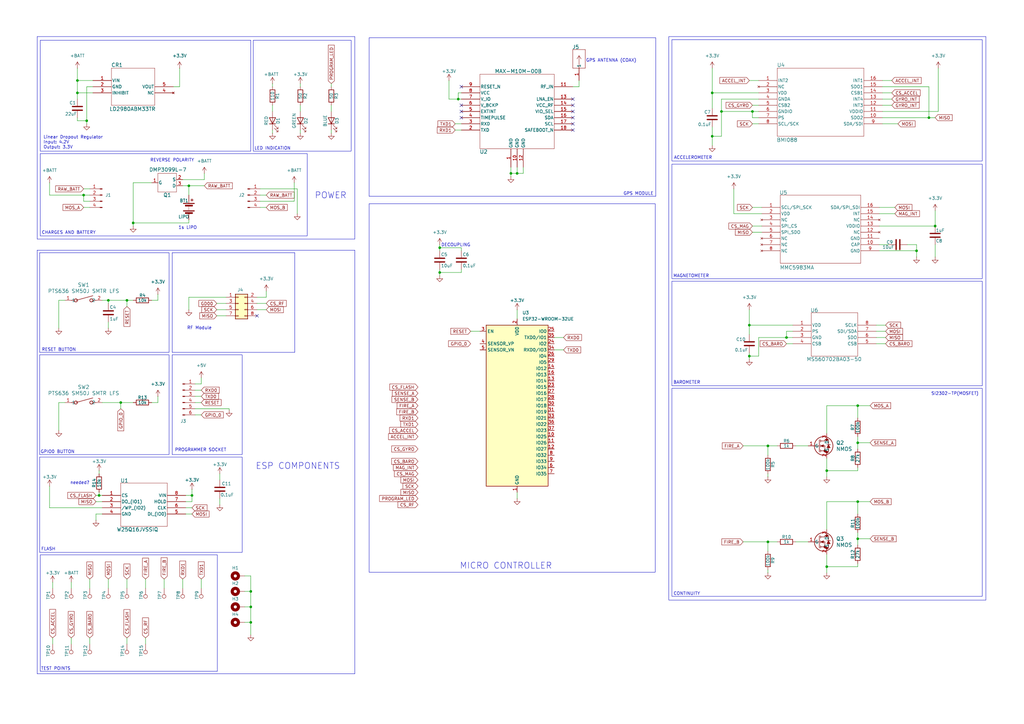
<source format=kicad_sch>
(kicad_sch (version 20250114) (generator "eeschema") (generator_version "9.0")
  (paper "A3")
  (rectangle (start 70.612 145.542) (end 99.314 186.436))
  (rectangle (start 275.59 16.256) (end 402.844 66.04))
  (rectangle (start 274.32 14.986) (end 404.368 246.126))
  (rectangle (start 103.886 16.51) (end 144.018 61.976))
  (rectangle (start 70.612 103.632) (end 120.904 144.526))
  (rectangle (start 275.59 67.31) (end 402.844 114.3))
  (rectangle (start 15.24 102.616) (end 145.542 276.352))
  (rectangle (start 16.51 16.51) (end 102.87 61.976))
  (rectangle (start 16.51 227.584) (end 89.154 275.336))
  (rectangle (start 16.51 62.992) (end 125.984 96.774))
  (rectangle (start 151.384 83.566) (end 268.732 234.696))
  (rectangle (start 151.384 15.494) (end 268.986 80.518))
  (rectangle (start 275.59 115.316) (end 402.844 158.242))
  (rectangle (start 15.24 14.986) (end 145.542 98.044))
  (rectangle (start 275.59 159.258) (end 402.844 244.602))
  (rectangle (start 16.256 145.542) (end 69.342 186.436))
  (rectangle (start 16.256 103.632) (end 69.342 144.526))
  (rectangle (start 16.256 187.452) (end 99.314 226.568))
  (text "BAROMETER" (at 281.686 156.972 0) (effects (font (size 1.27 1.27))))
  (text "LED INDICATION\n" (at 111.76 60.96 0) (effects (font (size 1.27 1.27))))
  (text "1s LiPO" (at 76.962 93.472 0) (effects (font (size 1.27 1.27))))
  (text "TEST POINTS" (at 22.86 274.32 0) (effects (font (size 1.27 1.27))))
  (text "PROGRAMMER SOCKET\n" (at 82.296 184.658 0) (effects (font (size 1.27 1.27))))
  (text "GPS ANTENNA (COAX)" (at 250.698 24.892 0) (effects (font (size 1.27 1.27))))
  (text "ACCELEROMETER\n" (at 284.226 64.77 0) (effects (font (size 1.27 1.27))))
  (text "needed?" (at 32.766 198.12 0) (effects (font (size 1.27 1.27))))
  (text "RF Module" (at 81.788 134.62 0) (effects (font (size 1.27 1.27))))
  (text "Linear Dropout Regulator\nInput: 4.2V\nOutput: 3.3V\n" (at 17.78 58.42 0) (effects (font (size 1.27 1.27)) (justify left)))
  (text "GPS MODULE" (at 261.874 79.502 0) (effects (font (size 1.27 1.27))))
  (text "ESP COMPONENTS" (at 122.174 191.262 0) (effects (font (size 2.54 2.54))))
  (text "FLASH" (at 19.812 225.298 0) (effects (font (size 1.27 1.27))))
  (text "GPIO0 BUTTON" (at 23.622 185.42 0) (effects (font (size 1.27 1.27))))
  (text "POWER" (at 135.636 80.264 0) (effects (font (size 2.54 2.54))))
  (text "RESET BUTTON" (at 24.13 143.51 0) (effects (font (size 1.27 1.27))))
  (text "CONTINUITY" (at 281.686 243.586 0) (effects (font (size 1.27 1.27))))
  (text "SI2302-TP(MOSFET)" (at 391.668 161.544 0) (effects (font (size 1.27 1.27))))
  (text "DECOUPLING" (at 186.944 100.584 0) (effects (font (size 1.27 1.27))))
  (text "REVERSE POLARITY\n" (at 70.612 65.786 0) (effects (font (size 1.27 1.27))))
  (text "CHARGES AND BATTERY" (at 28.194 95.504 0) (effects (font (size 1.27 1.27))))
  (text "MAGNETOMETER\n" (at 283.464 113.284 0) (effects (font (size 1.27 1.27))))
  (text "MICRO CONTROLLER" (at 207.518 232.156 0) (effects (font (size 2.54 2.54))))
  (junction (at 351.79 220.98))
  (junction (at 180.34 111.76))
  (junction (at 351.79 205.74))
  (junction (at 52.07 123.19))
  (junction (at 102.87 255.27))
  (junction (at 295.91 45.72))
  (junction (at 314.96 182.88))
  (junction (at 44.45 123.19))
  (junction (at 77.47 76.2))
  (junction (at 31.75 33.02))
  (junction (at 187.96 40.64))
  (junction (at 308.61 45.72))
  (junction (at 381 48.26))
  (junction (at 383.54 92.71))
  (junction (at 351.79 181.61))
  (junction (at 102.87 248.92))
  (junction (at 102.87 242.57))
  (junction (at 49.53 165.1))
  (junction (at 54.61 91.44))
  (junction (at 292.1 38.1))
  (junction (at 339.09 193.04))
  (junction (at 351.79 166.37))
  (junction (at 314.96 222.25))
  (junction (at 307.34 146.05))
  (junction (at 40.64 203.2))
  (junction (at 209.55 71.12))
  (junction (at 292.1 55.88))
  (junction (at 78.74 203.2))
  (junction (at 339.09 232.41))
  (junction (at 180.34 101.6))
  (junction (at 322.58 138.43))
  (junction (at 212.09 71.12))
  (junction (at 35.56 49.53))
  (junction (at 375.92 102.87))
  (junction (at 31.75 38.1))
  (junction (at 34.29 80.01))
  (junction (at 307.34 133.35))
  (no_connect (at 189.23 35.56))
  (no_connect (at 234.95 40.64))
  (no_connect (at 234.95 48.26))
  (no_connect (at 234.95 43.18))
  (no_connect (at 234.95 45.72))
  (no_connect (at 189.23 43.18))
  (no_connect (at 189.23 45.72))
  (no_connect (at 234.95 53.34))
  (no_connect (at 189.23 48.26))
  (no_connect (at 105.41 129.54))
  (no_connect (at 234.95 50.8))
  (wire (pts (xy 351.79 220.98) (xy 356.87 220.98)))
  (wire (pts (xy 189.23 102.87) (xy 189.23 101.6)))
  (wire (pts (xy 361.95 33.02) (xy 365.76 33.02)))
  (wire (pts (xy 38.1 35.56) (xy 35.56 35.56)))
  (wire (pts (xy 322.58 135.89) (xy 322.58 138.43)))
  (wire (pts (xy 77.47 121.92) (xy 92.71 121.92)))
  (wire (pts (xy 360.68 102.87) (xy 375.92 102.87)))
  (wire (pts (xy 189.23 110.49) (xy 189.23 111.76)))
  (wire (pts (xy 20.32 208.28) (xy 41.91 208.28)))
  (wire (pts (xy 31.75 27.94) (xy 31.75 33.02)))
  (wire (pts (xy 351.79 231.14) (xy 351.79 232.41)))
  (wire (pts (xy 52.07 123.19) (xy 52.07 125.73)))
  (wire (pts (xy 31.75 38.1) (xy 31.75 40.64)))
  (wire (pts (xy 227.33 143.51) (xy 231.14 143.51)))
  (wire (pts (xy 234.95 35.56) (xy 237.49 35.56)))
  (wire (pts (xy 351.79 205.74) (xy 356.87 205.74)))
  (wire (pts (xy 21.59 261.62) (xy 21.59 264.16)))
  (wire (pts (xy 111.76 43.18) (xy 111.76 45.72)))
  (wire (pts (xy 52.07 261.62) (xy 52.07 264.16)))
  (wire (pts (xy 82.55 165.1) (xy 80.01 165.1)))
  (wire (pts (xy 360.68 92.71) (xy 383.54 92.71)))
  (wire (pts (xy 307.34 33.02) (xy 311.15 33.02)))
  (wire (pts (xy 82.55 154.94) (xy 82.55 157.48)))
  (wire (pts (xy 295.91 45.72) (xy 308.61 45.72)))
  (wire (pts (xy 62.23 165.1) (xy 64.77 165.1)))
  (wire (pts (xy 193.04 135.89) (xy 196.85 135.89)))
  (wire (pts (xy 326.39 182.88) (xy 331.47 182.88)))
  (wire (pts (xy 78.74 203.2) (xy 78.74 205.74)))
  (wire (pts (xy 106.68 77.47) (xy 121.92 77.47)))
  (wire (pts (xy 360.68 100.33) (xy 364.49 100.33)))
  (wire (pts (xy 123.19 34.29) (xy 123.19 35.56)))
  (wire (pts (xy 360.68 85.09) (xy 367.03 85.09)))
  (wire (pts (xy 67.31 237.49) (xy 67.31 241.3)))
  (wire (pts (xy 73.66 27.94) (xy 73.66 35.56)))
  (wire (pts (xy 64.77 165.1) (xy 64.77 162.56)))
  (wire (pts (xy 351.79 181.61) (xy 351.79 184.15)))
  (wire (pts (xy 212.09 201.93) (xy 212.09 204.47)))
  (wire (pts (xy 21.59 238.76) (xy 21.59 241.3)))
  (wire (pts (xy 308.61 85.09) (xy 312.42 85.09)))
  (wire (pts (xy 82.55 170.18) (xy 80.01 170.18)))
  (wire (pts (xy 304.8 182.88) (xy 314.96 182.88)))
  (wire (pts (xy 100.33 248.92) (xy 102.87 248.92)))
  (wire (pts (xy 326.39 222.25) (xy 331.47 222.25)))
  (wire (pts (xy 26.67 123.19) (xy 24.13 123.19)))
  (wire (pts (xy 186.69 50.8) (xy 189.23 50.8)))
  (wire (pts (xy 308.61 92.71) (xy 312.42 92.71)))
  (wire (pts (xy 295.91 55.88) (xy 292.1 55.88)))
  (wire (pts (xy 339.09 177.8) (xy 339.09 166.37)))
  (wire (pts (xy 311.15 138.43) (xy 311.15 146.05)))
  (wire (pts (xy 64.77 123.19) (xy 64.77 120.65)))
  (wire (pts (xy 381 35.56) (xy 381 48.26)))
  (wire (pts (xy 339.09 166.37) (xy 351.79 166.37)))
  (wire (pts (xy 308.61 45.72) (xy 311.15 45.72)))
  (wire (pts (xy 209.55 71.12) (xy 212.09 71.12)))
  (wire (pts (xy 123.19 53.34) (xy 123.19 54.61)))
  (wire (pts (xy 88.9 129.54) (xy 92.71 129.54)))
  (wire (pts (xy 314.96 182.88) (xy 318.77 182.88)))
  (wire (pts (xy 102.87 248.92) (xy 102.87 255.27)))
  (wire (pts (xy 105.41 127) (xy 109.22 127)))
  (wire (pts (xy 308.61 43.18) (xy 311.15 43.18)))
  (wire (pts (xy 77.47 121.92) (xy 77.47 127)))
  (wire (pts (xy 34.29 80.01) (xy 36.83 80.01)))
  (wire (pts (xy 308.61 50.8) (xy 311.15 50.8)))
  (wire (pts (xy 106.68 80.01) (xy 109.22 80.01)))
  (wire (pts (xy 361.95 43.18) (xy 365.76 43.18)))
  (wire (pts (xy 100.33 242.57) (xy 102.87 242.57)))
  (wire (pts (xy 351.79 179.07) (xy 351.79 181.61)))
  (wire (pts (xy 31.75 48.26) (xy 31.75 49.53)))
  (wire (pts (xy 31.75 49.53) (xy 35.56 49.53)))
  (wire (pts (xy 102.87 236.22) (xy 102.87 242.57)))
  (wire (pts (xy 314.96 222.25) (xy 314.96 226.06)))
  (wire (pts (xy 308.61 95.25) (xy 312.42 95.25)))
  (wire (pts (xy 82.55 160.02) (xy 80.01 160.02)))
  (wire (pts (xy 184.15 33.02) (xy 184.15 40.64)))
  (wire (pts (xy 339.09 227.33) (xy 339.09 232.41)))
  (wire (pts (xy 359.41 140.97) (xy 363.22 140.97)))
  (wire (pts (xy 102.87 242.57) (xy 102.87 248.92)))
  (wire (pts (xy 311.15 48.26) (xy 308.61 48.26)))
  (wire (pts (xy 339.09 205.74) (xy 351.79 205.74)))
  (wire (pts (xy 361.95 38.1) (xy 365.76 38.1)))
  (wire (pts (xy 20.32 208.28) (xy 20.32 199.39)))
  (wire (pts (xy 35.56 35.56) (xy 35.56 49.53)))
  (wire (pts (xy 80.01 157.48) (xy 82.55 157.48)))
  (wire (pts (xy 74.93 76.2) (xy 77.47 76.2)))
  (wire (pts (xy 212.09 127) (xy 212.09 130.81)))
  (wire (pts (xy 339.09 232.41) (xy 339.09 234.95)))
  (wire (pts (xy 311.15 40.64) (xy 295.91 40.64)))
  (wire (pts (xy 74.93 73.66) (xy 83.82 73.66)))
  (wire (pts (xy 180.34 101.6) (xy 180.34 102.87)))
  (wire (pts (xy 41.91 123.19) (xy 44.45 123.19)))
  (wire (pts (xy 26.67 165.1) (xy 24.13 165.1)))
  (wire (pts (xy 78.74 200.66) (xy 78.74 203.2)))
  (wire (pts (xy 307.34 147.32) (xy 307.34 146.05)))
  (wire (pts (xy 300.99 77.47) (xy 300.99 87.63)))
  (wire (pts (xy 88.9 127) (xy 92.71 127)))
  (wire (pts (xy 186.69 53.34) (xy 189.23 53.34)))
  (wire (pts (xy 384.81 45.72) (xy 361.95 45.72)))
  (wire (pts (xy 71.12 35.56) (xy 73.66 35.56)))
  (wire (pts (xy 180.34 100.33) (xy 180.34 101.6)))
  (wire (pts (xy 359.41 135.89) (xy 363.22 135.89)))
  (wire (pts (xy 52.07 237.49) (xy 52.07 241.3)))
  (wire (pts (xy 322.58 140.97) (xy 325.12 140.97)))
  (wire (pts (xy 292.1 27.94) (xy 292.1 38.1)))
  (wire (pts (xy 292.1 38.1) (xy 292.1 44.45)))
  (wire (pts (xy 111.76 34.29) (xy 111.76 35.56)))
  (wire (pts (xy 90.17 204.47) (xy 90.17 207.01)))
  (wire (pts (xy 62.23 74.93) (xy 54.61 74.93)))
  (wire (pts (xy 307.34 144.78) (xy 307.34 146.05)))
  (wire (pts (xy 351.79 191.77) (xy 351.79 193.04)))
  (wire (pts (xy 20.32 74.93) (xy 20.32 80.01)))
  (wire (pts (xy 20.32 80.01) (xy 34.29 80.01)))
  (wire (pts (xy 36.83 82.55) (xy 34.29 82.55)))
  (wire (pts (xy 209.55 71.12) (xy 209.55 72.39)))
  (wire (pts (xy 76.2 203.2) (xy 78.74 203.2)))
  (wire (pts (xy 106.68 85.09) (xy 109.22 85.09)))
  (wire (pts (xy 76.2 208.28) (xy 78.74 208.28)))
  (wire (pts (xy 361.95 40.64) (xy 365.76 40.64)))
  (wire (pts (xy 383.54 100.33) (xy 383.54 105.41)))
  (wire (pts (xy 80.01 167.64) (xy 93.98 167.64)))
  (wire (pts (xy 314.96 182.88) (xy 314.96 186.69)))
  (wire (pts (xy 105.41 124.46) (xy 109.22 124.46)))
  (wire (pts (xy 292.1 55.88) (xy 292.1 59.69)))
  (wire (pts (xy 308.61 45.72) (xy 308.61 48.26)))
  (wire (pts (xy 76.2 210.82) (xy 78.74 210.82)))
  (wire (pts (xy 31.75 33.02) (xy 38.1 33.02)))
  (wire (pts (xy 212.09 68.58) (xy 212.09 71.12)))
  (wire (pts (xy 325.12 135.89) (xy 322.58 135.89)))
  (wire (pts (xy 106.68 82.55) (xy 120.65 82.55)))
  (wire (pts (xy 31.75 33.02) (xy 31.75 38.1)))
  (wire (pts (xy 300.99 87.63) (xy 312.42 87.63)))
  (wire (pts (xy 39.37 205.74) (xy 41.91 205.74)))
  (wire (pts (xy 351.79 220.98) (xy 351.79 223.52)))
  (wire (pts (xy 339.09 217.17) (xy 339.09 205.74)))
  (wire (pts (xy 361.95 50.8) (xy 368.3 50.8)))
  (wire (pts (xy 237.49 33.02) (xy 237.49 35.56)))
  (wire (pts (xy 351.79 205.74) (xy 351.79 210.82)))
  (wire (pts (xy 88.9 124.46) (xy 92.71 124.46)))
  (wire (pts (xy 384.81 27.94) (xy 384.81 45.72)))
  (wire (pts (xy 359.41 133.35) (xy 363.22 133.35)))
  (wire (pts (xy 135.89 43.18) (xy 135.89 45.72)))
  (wire (pts (xy 314.96 222.25) (xy 318.77 222.25)))
  (wire (pts (xy 135.89 53.34) (xy 135.89 54.61)))
  (wire (pts (xy 76.2 205.74) (xy 78.74 205.74)))
  (wire (pts (xy 359.41 138.43) (xy 363.22 138.43)))
  (wire (pts (xy 339.09 193.04) (xy 351.79 193.04)))
  (wire (pts (xy 307.34 133.35) (xy 307.34 137.16)))
  (wire (pts (xy 351.79 181.61) (xy 356.87 181.61)))
  (wire (pts (xy 35.56 49.53) (xy 35.56 50.8)))
  (wire (pts (xy 209.55 68.58) (xy 209.55 71.12)))
  (wire (pts (xy 304.8 222.25) (xy 314.96 222.25)))
  (wire (pts (xy 44.45 237.49) (xy 44.45 241.3)))
  (wire (pts (xy 187.96 40.64) (xy 189.23 40.64)))
  (wire (pts (xy 322.58 138.43) (xy 311.15 138.43)))
  (wire (pts (xy 40.64 193.04) (xy 40.64 194.31)))
  (wire (pts (xy 54.61 91.44) (xy 77.47 91.44)))
  (wire (pts (xy 49.53 165.1) (xy 54.61 165.1)))
  (wire (pts (xy 187.96 38.1) (xy 187.96 40.64)))
  (wire (pts (xy 41.91 165.1) (xy 49.53 165.1)))
  (wire (pts (xy 44.45 132.08) (xy 44.45 134.62)))
  (wire (pts (xy 36.83 237.49) (xy 36.83 241.3)))
  (wire (pts (xy 39.37 203.2) (xy 40.64 203.2)))
  (wire (pts (xy 227.33 138.43) (xy 231.14 138.43)))
  (wire (pts (xy 214.63 68.58) (xy 214.63 71.12)))
  (wire (pts (xy 40.64 201.93) (xy 40.64 203.2)))
  (wire (pts (xy 292.1 38.1) (xy 311.15 38.1)))
  (wire (pts (xy 351.79 166.37) (xy 356.87 166.37)))
  (wire (pts (xy 180.34 111.76) (xy 189.23 111.76)))
  (wire (pts (xy 77.47 76.2) (xy 77.47 80.01)))
  (wire (pts (xy 180.34 110.49) (xy 180.34 111.76)))
  (wire (pts (xy 361.95 35.56) (xy 381 35.56)))
  (wire (pts (xy 82.55 162.56) (xy 80.01 162.56)))
  (wire (pts (xy 44.45 123.19) (xy 52.07 123.19)))
  (wire (pts (xy 34.29 80.01) (xy 34.29 82.55)))
  (wire (pts (xy 105.41 121.92) (xy 109.22 121.92)))
  (wire (pts (xy 40.64 203.2) (xy 41.91 203.2)))
  (wire (pts (xy 307.34 127) (xy 307.34 133.35)))
  (wire (pts (xy 83.82 71.12) (xy 83.82 73.66)))
  (wire (pts (xy 93.98 168.275) (xy 93.98 167.64)))
  (wire (pts (xy 339.09 193.04) (xy 339.09 195.58)))
  (wire (pts (xy 41.91 210.82) (xy 39.37 210.82)))
  (wire (pts (xy 36.83 261.62) (xy 36.83 264.16)))
  (wire (pts (xy 121.92 77.47) (xy 121.92 87.63)))
  (wire (pts (xy 109.22 119.38) (xy 109.22 121.92)))
  (wire (pts (xy 34.29 77.47) (xy 36.83 77.47)))
  (wire (pts (xy 295.91 45.72) (xy 295.91 55.88)))
  (wire (pts (xy 52.07 123.19) (xy 54.61 123.19)))
  (wire (pts (xy 74.93 237.49) (xy 74.93 241.3)))
  (wire (pts (xy 314.96 194.31) (xy 314.96 195.58)))
  (wire (pts (xy 311.15 146.05) (xy 307.34 146.05)))
  (wire (pts (xy 322.58 138.43) (xy 325.12 138.43)))
  (wire (pts (xy 375.92 102.87) (xy 375.92 105.41)))
  (wire (pts (xy 100.33 236.22) (xy 102.87 236.22)))
  (wire (pts (xy 184.15 40.64) (xy 187.96 40.64)))
  (wire (pts (xy 102.87 255.27) (xy 102.87 260.35)))
  (wire (pts (xy 44.45 123.19) (xy 44.45 124.46)))
  (wire (pts (xy 62.23 123.19) (xy 64.77 123.19)))
  (wire (pts (xy 38.1 38.1) (xy 31.75 38.1)))
  (wire (pts (xy 351.79 218.44) (xy 351.79 220.98)))
  (wire (pts (xy 180.34 111.76) (xy 180.34 113.03)))
  (wire (pts (xy 24.13 165.1) (xy 24.13 176.53)))
  (wire (pts (xy 339.09 187.96) (xy 339.09 193.04)))
  (wire (pts (xy 314.96 233.68) (xy 314.96 234.95)))
  (wire (pts (xy 295.91 40.64) (xy 295.91 45.72)))
  (wire (pts (xy 187.96 38.1) (xy 189.23 38.1)))
  (wire (pts (xy 39.37 210.82) (xy 39.37 213.36)))
  (wire (pts (xy 383.54 86.36) (xy 383.54 92.71)))
  (wire (pts (xy 180.34 101.6) (xy 189.23 101.6)))
  (wire (pts (xy 360.68 87.63) (xy 367.03 87.63)))
  (wire (pts (xy 292.1 52.07) (xy 292.1 55.88)))
  (wire (pts (xy 34.29 85.09) (xy 36.83 85.09)))
  (wire (pts (xy 123.19 43.18) (xy 123.19 45.72)))
  (wire (pts (xy 381 48.26) (xy 383.54 48.26)))
  (wire (pts (xy 29.21 261.62) (xy 29.21 264.16)))
  (wire (pts (xy 339.09 232.41) (xy 351.79 232.41)))
  (wire (pts (xy 375.92 100.33) (xy 375.92 102.87)))
  (wire (pts (xy 54.61 74.93) (xy 54.61 91.44)))
  (wire (pts (xy 120.65 74.93) (xy 120.65 82.55)))
  (wire (pts (xy 361.95 48.26) (xy 381 48.26)))
  (wire (pts (xy 59.69 261.62) (xy 59.69 264.16)))
  (wire (pts (xy 100.33 255.27) (xy 102.87 255.27)))
  (wire (pts (xy 372.11 100.33) (xy 375.92 100.33)))
  (wire (pts (xy 351.79 166.37) (xy 351.79 171.45)))
  (wire (pts (xy 29.21 238.76) (xy 29.21 241.3)))
  (wire (pts (xy 24.13 123.19) (xy 24.13 134.62)))
  (wire (pts (xy 135.89 34.29) (xy 135.89 35.56)))
  (wire (pts (xy 111.76 53.34) (xy 111.76 54.61)))
  (wire (pts (xy 49.53 165.1) (xy 49.53 167.64)))
  (wire (pts (xy 82.55 237.49) (xy 82.55 241.3)))
  (wire (pts (xy 90.17 194.31) (xy 90.17 196.85)))
  (wire (pts (xy 307.34 133.35) (xy 325.12 133.35)))
  (wire (pts (xy 212.09 71.12) (xy 214.63 71.12)))
  (wire (pts (xy 54.61 92.71) (xy 54.61 91.44)))
  (wire (pts (xy 77.47 76.2) (xy 83.82 76.2)))
  (wire (pts (xy 77.47 90.17) (xy 77.47 91.44)))
  (wire (pts (xy 59.69 237.49) (xy 59.69 241.3)))
  (global_label "CS_BARO" (shape input) (at 322.58 140.97 180) (property "Intersheetrefs" "${INTERSHEET_REFS}" (effects (hide yes))))
  (global_label "MOSI" (shape input) (at 78.74 210.82 0) (property "Intersheetrefs" "${INTERSHEET_REFS}" (effects (hide yes))))
  (global_label "FIRE_A" (shape input) (at 304.8 182.88 180) (property "Intersheetrefs" "${INTERSHEET_REFS}" (effects (hide yes))))
  (global_label "FIRE_B" (shape input) (at 171.45 168.91 180) (property "Intersheetrefs" "${INTERSHEET_REFS}" (effects (hide yes))))
  (global_label "RESET" (shape input) (at 193.04 135.89 180) (property "Intersheetrefs" "${INTERSHEET_REFS}" (effects (hide yes))))
  (global_label "RAW_BATT" (shape input) (at 34.29 77.47 180) (property "Intersheetrefs" "${INTERSHEET_REFS}" (effects (hide yes))))
  (global_label "TXD1" (shape input) (at 82.55 237.49 90) (property "Intersheetrefs" "${INTERSHEET_REFS}" (effects (hide yes))))
  (global_label "RESET" (shape input) (at 82.55 165.1 0) (property "Intersheetrefs" "${INTERSHEET_REFS}" (effects (hide yes))))
  (global_label "MISO" (shape input) (at 363.22 138.43 0) (property "Intersheetrefs" "${INTERSHEET_REFS}" (effects (hide yes))))
  (global_label "SENSE_B" (shape input) (at 171.45 163.83 180) (property "Intersheetrefs" "${INTERSHEET_REFS}" (effects (hide yes))))
  (global_label "RAW_BATT" (shape input) (at 109.22 80.01 0) (property "Intersheetrefs" "${INTERSHEET_REFS}" (effects (hide yes))))
  (global_label "MOS_B" (shape input) (at 109.22 85.09 0) (property "Intersheetrefs" "${INTERSHEET_REFS}" (effects (hide yes))))
  (global_label "MISO" (shape input) (at 36.83 237.49 90) (property "Intersheetrefs" "${INTERSHEET_REFS}" (effects (hide yes))))
  (global_label "FIRE_B" (shape input) (at 67.31 237.49 90) (property "Intersheetrefs" "${INTERSHEET_REFS}" (effects (hide yes))))
  (global_label "CS_MAG" (shape input) (at 308.61 92.71 180) (property "Intersheetrefs" "${INTERSHEET_REFS}" (effects (hide yes))))
  (global_label "MOS_A" (shape input) (at 34.29 85.09 180) (property "Intersheetrefs" "${INTERSHEET_REFS}" (effects (hide yes))))
  (global_label "CS_GYRO" (shape input) (at 29.21 261.62 90) (property "Intersheetrefs" "${INTERSHEET_REFS}" (effects (hide yes))))
  (global_label "MISO" (shape input) (at 39.37 205.74 180) (property "Intersheetrefs" "${INTERSHEET_REFS}" (effects (hide yes))))
  (global_label "RXD1" (shape input) (at 74.93 237.49 90) (property "Intersheetrefs" "${INTERSHEET_REFS}" (effects (hide yes))))
  (global_label "CS_RF" (shape input) (at 59.69 261.62 90) (property "Intersheetrefs" "${INTERSHEET_REFS}" (effects (hide yes))))
  (global_label "MISO" (shape input) (at 171.45 201.93 180) (property "Intersheetrefs" "${INTERSHEET_REFS}" (effects (hide yes))))
  (global_label "ACCEL_INT" (shape input) (at 171.45 179.07 180) (property "Intersheetrefs" "${INTERSHEET_REFS}" (effects (hide yes))))
  (global_label "MOSI" (shape input) (at 368.3 50.8 0) (property "Intersheetrefs" "${INTERSHEET_REFS}" (effects (hide yes))))
  (global_label "SENSE_A" (shape input) (at 171.45 161.29 180) (property "Intersheetrefs" "${INTERSHEET_REFS}" (effects (hide yes))))
  (global_label "SCK" (shape input) (at 52.07 237.49 90) (property "Intersheetrefs" "${INTERSHEET_REFS}" (effects (hide yes))))
  (global_label "CS_MAG" (shape input) (at 171.45 194.31 180) (property "Intersheetrefs" "${INTERSHEET_REFS}" (effects (hide yes))))
  (global_label "ACCEL_INT" (shape input) (at 307.34 33.02 180) (property "Intersheetrefs" "${INTERSHEET_REFS}" (effects (hide yes))))
  (global_label "RXD0" (shape input) (at 82.55 160.02 0) (property "Intersheetrefs" "${INTERSHEET_REFS}" (effects (hide yes))))
  (global_label "SCK" (shape input) (at 363.22 133.35 0) (property "Intersheetrefs" "${INTERSHEET_REFS}" (effects (hide yes))))
  (global_label "CS_ACCEL" (shape input) (at 171.45 176.53 180) (property "Intersheetrefs" "${INTERSHEET_REFS}" (effects (hide yes))))
  (global_label "RXD1" (shape input) (at 186.69 53.34 180) (property "Intersheetrefs" "${INTERSHEET_REFS}" (effects (hide yes))))
  (global_label "TXD1" (shape input) (at 171.45 173.99 180) (property "Intersheetrefs" "${INTERSHEET_REFS}" (effects (hide yes))))
  (global_label "CS_BARO" (shape input) (at 171.45 189.23 180) (property "Intersheetrefs" "${INTERSHEET_REFS}" (effects (hide yes))))
  (global_label "SCK" (shape input) (at 308.61 50.8 180) (property "Intersheetrefs" "${INTERSHEET_REFS}" (effects (hide yes))))
  (global_label "PROGRAM_LED" (shape input) (at 135.89 34.29 90) (property "Intersheetrefs" "${INTERSHEET_REFS}" (effects (hide yes))))
  (global_label "FIRE_A" (shape input) (at 171.45 166.37 180) (property "Intersheetrefs" "${INTERSHEET_REFS}" (effects (hide yes))))
  (global_label "TXD0" (shape input) (at 231.14 143.51 0) (property "Intersheetrefs" "${INTERSHEET_REFS}" (effects (hide yes))))
  (global_label "CS_RF" (shape input) (at 171.45 207.01 180) (property "Intersheetrefs" "${INTERSHEET_REFS}" (effects (hide yes))))
  (global_label "GPIO_0" (shape input) (at 82.55 170.18 0) (property "Intersheetrefs" "${INTERSHEET_REFS}" (effects (hide yes))))
  (global_label "MISO" (shape input) (at 88.9 129.54 180) (property "Intersheetrefs" "${INTERSHEET_REFS}" (effects (hide yes))))
  (global_label "MOSI" (shape input) (at 363.22 135.89 0) (property "Intersheetrefs" "${INTERSHEET_REFS}" (effects (hide yes))))
  (global_label "SCK" (shape input) (at 171.45 199.39 180) (property "Intersheetrefs" "${INTERSHEET_REFS}" (effects (hide yes))))
  (global_label "CS_ACCEL" (shape input) (at 365.76 38.1 0) (property "Intersheetrefs" "${INTERSHEET_REFS}" (effects (hide yes))))
  (global_label "RESET" (shape input) (at 52.07 125.73 270) (property "Intersheetrefs" "${INTERSHEET_REFS}" (effects (hide yes))))
  (global_label "MOSI" (shape input) (at 109.22 127 0) (property "Intersheetrefs" "${INTERSHEET_REFS}" (effects (hide yes))))
  (global_label "CS_BARO" (shape input) (at 36.83 261.62 90) (property "Intersheetrefs" "${INTERSHEET_REFS}" (effects (hide yes))))
  (global_label "MISO" (shape input) (at 308.61 95.25 180) (property "Intersheetrefs" "${INTERSHEET_REFS}" (effects (hide yes))))
  (global_label "GPIO_0" (shape input) (at 49.53 167.64 270) (property "Intersheetrefs" "${INTERSHEET_REFS}" (effects (hide yes))))
  (global_label "MOSI" (shape input) (at 44.45 237.49 90) (property "Intersheetrefs" "${INTERSHEET_REFS}" (effects (hide yes))))
  (global_label "SCK" (shape input) (at 78.74 208.28 0) (property "Intersheetrefs" "${INTERSHEET_REFS}" (effects (hide yes))))
  (global_label "TXD0" (shape input) (at 82.55 162.56 0) (property "Intersheetrefs" "${INTERSHEET_REFS}" (effects (hide yes))))
  (global_label "PROGRAM_LED" (shape input) (at 171.45 204.47 180) (property "Intersheetrefs" "${INTERSHEET_REFS}" (effects (hide yes))))
  (global_label "SENSE_B" (shape input) (at 356.87 220.98 0) (property "Intersheetrefs" "${INTERSHEET_REFS}" (effects (hide yes))))
  (global_label "ACCEL_INT" (shape input) (at 365.76 33.02 0) (property "Intersheetrefs" "${INTERSHEET_REFS}" (effects (hide yes))))
  (global_label "GPIO_0" (shape input) (at 193.04 140.97 180) (property "Intersheetrefs" "${INTERSHEET_REFS}" (effects (hide yes))))
  (global_label "SENSE_A" (shape input) (at 356.87 181.61 0) (property "Intersheetrefs" "${INTERSHEET_REFS}" (effects (hide yes))))
  (global_label "CS_FLASH" (shape input) (at 39.37 203.2 180) (property "Intersheetrefs" "${INTERSHEET_REFS}" (effects (hide yes))))
  (global_label "GYRO_INT" (shape input) (at 365.76 43.18 0) (property "Intersheetrefs" "${INTERSHEET_REFS}" (effects (hide yes))))
  (global_label "MOS_A" (shape input) (at 356.87 166.37 0) (property "Intersheetrefs" "${INTERSHEET_REFS}" (effects (hide yes))))
  (global_label "GYRO_INT" (shape input) (at 365.76 40.64 0) (property "Intersheetrefs" "${INTERSHEET_REFS}" (effects (hide yes))))
  (global_label "RXD0" (shape input) (at 231.14 138.43 0) (property "Intersheetrefs" "${INTERSHEET_REFS}" (effects (hide yes))))
  (global_label "CS_FLASH" (shape input) (at 52.07 261.62 90) (property "Intersheetrefs" "${INTERSHEET_REFS}" (effects (hide yes))))
  (global_label "MOSI" (shape input) (at 171.45 196.85 180) (property "Intersheetrefs" "${INTERSHEET_REFS}" (effects (hide yes))))
  (global_label "MAG_INT" (shape input) (at 367.03 87.63 0) (property "Intersheetrefs" "${INTERSHEET_REFS}" (effects (hide yes))))
  (global_label "CS_FLASH" (shape input) (at 171.45 158.75 180) (property "Intersheetrefs" "${INTERSHEET_REFS}" (effects (hide yes))))
  (global_label "MOS_B" (shape input) (at 356.87 205.74 0) (property "Intersheetrefs" "${INTERSHEET_REFS}" (effects (hide yes))))
  (global_label "MAG_INT" (shape input) (at 171.45 191.77 180) (property "Intersheetrefs" "${INTERSHEET_REFS}" (effects (hide yes))))
  (global_label "FIRE_B" (shape input) (at 304.8 222.25 180) (property "Intersheetrefs" "${INTERSHEET_REFS}" (effects (hide yes))))
  (global_label "TXD1" (shape input) (at 186.69 50.8 180) (property "Intersheetrefs" "${INTERSHEET_REFS}" (effects (hide yes))))
  (global_label "CS_ACCEL" (shape input) (at 21.59 261.62 90) (property "Intersheetrefs" "${INTERSHEET_REFS}" (effects (hide yes))))
  (global_label "CS_GYRO" (shape input) (at 171.45 184.15 180) (property "Intersheetrefs" "${INTERSHEET_REFS}" (effects (hide yes))))
  (global_label "GD00" (shape input) (at 88.9 124.46 180) (property "Intersheetrefs" "${INTERSHEET_REFS}" (effects (hide yes))))
  (global_label "RXD1" (shape input) (at 171.45 171.45 180) (property "Intersheetrefs" "${INTERSHEET_REFS}" (effects (hide yes))))
  (global_label "CS_RF" (shape input) (at 109.22 124.46 0) (property "Intersheetrefs" "${INTERSHEET_REFS}" (effects (hide yes))))
  (global_label "SCK" (shape input) (at 88.9 127 180) (property "Intersheetrefs" "${INTERSHEET_REFS}" (effects (hide yes))))
  (global_label "CS_GYRO" (shape input) (at 308.61 43.18 180) (property "Intersheetrefs" "${INTERSHEET_REFS}" (effects (hide yes))))
  (global_label "FIRE_A" (shape input) (at 59.69 237.49 90) (property "Intersheetrefs" "${INTERSHEET_REFS}" (effects (hide yes))))
  (global_label "SCK" (shape input) (at 308.61 85.09 180) (property "Intersheetrefs" "${INTERSHEET_REFS}" (effects (hide yes))))
  (global_label "MOSI" (shape input) (at 367.03 85.09 0) (property "Intersheetrefs" "${INTERSHEET_REFS}" (effects (hide yes))))
  (global_label "RAW_BATT" (shape input) (at 83.82 76.2 0) (property "Intersheetrefs" "${INTERSHEET_REFS}" (effects (hide yes))))
  (global_label "MISO" (shape input) (at 383.54 48.26 0) (property "Intersheetrefs" "${INTERSHEET_REFS}" (effects (hide yes))))
  (global_label "CS_BARO" (shape input) (at 363.22 140.97 0) (property "Intersheetrefs" "${INTERSHEET_REFS}" (effects (hide yes))))
  (symbol (lib_id "power:GND") (at 339.09 234.95 0) (unit 1)
    (property "Reference" "#PWR035" (effects (hide yes)))
    (property "Value" "GND" (effects (hide yes)))
    (property "Description" "Power symbol creates a global label with name \"GND\" , ground" (effects (hide yes)))
  )
  (symbol (lib_id "power:+BATT") (at 83.82 71.12 0) (unit 1)
    (property "Reference" "#PWR051" (effects (hide yes)))
    (property "Value" "+BATT" (at 83.82 66.04 0))
    (property "Description" "Power symbol creates a global label with name \"+BATT\"" (effects (hide yes)))
  )
  (symbol (lib_id "Connector:TestPoint") (at 29.21 241.3 180) (unit 1)
    (property "Reference" "TP2" (at 27.432 244.094 90))
    (property "Value" "TestPoint" (effects (hide yes)))
    (property "Footprint" "TestPoint:TestPoint_Pad_D2.5mm" (effects (hide yes)))
    (property "Description" "test point" (effects (hide yes)))
  )
  (symbol (lib_id "power:+3.3V") (at 40.64 193.04 0) (unit 1)
    (property "Reference" "#PWR055" (effects (hide yes)))
    (property "Value" "+3.3V" (at 40.64 189.23 0))
    (property "Description" "Power symbol creates a global label with name \"+3.3V\"" (effects (hide yes)))
  )
  (symbol (lib_id "power:GND") (at 111.76 54.61 0) (unit 1)
    (property "Reference" "#PWR010" (effects (hide yes)))
    (property "Value" "GND" (effects (hide yes)))
    (property "Description" "Power symbol creates a global label with name \"GND\" , ground" (effects (hide yes)))
  )
  (symbol (lib_id "Connector:TestPoint") (at 36.83 241.3 180) (unit 1)
    (property "Reference" "TP3" (at 35.052 244.094 90))
    (property "Value" "TestPoint" (effects (hide yes)))
    (property "Footprint" "TestPoint:TestPoint_Loop_D1.80mm_Drill1.0mm_Beaded" (effects (hide yes)))
    (property "Description" "test point" (effects (hide yes)))
  )
  (symbol (lib_id "Connector:TestPoint") (at 52.07 264.16 180) (unit 1)
    (property "Reference" "TP14" (at 50.292 266.954 90))
    (property "Value" "TestPoint" (effects (hide yes)))
    (property "Footprint" "TestPoint:TestPoint_Loop_D1.80mm_Drill1.0mm_Beaded" (effects (hide yes)))
    (property "Description" "test point" (effects (hide yes)))
  )
  (symbol (lib_id "Connector:TestPoint") (at 29.21 264.16 180) (unit 1)
    (property "Reference" "TP11" (at 27.432 266.954 90))
    (property "Value" "TestPoint" (effects (hide yes)))
    (property "Footprint" "TestPoint:TestPoint_Loop_D1.80mm_Drill1.0mm_Beaded" (effects (hide yes)))
    (property "Description" "test point" (effects (hide yes)))
  )
  (symbol (lib_id "MAX-M10:MAX-M10M-00B") (at 189.23 55.88 0) (mirror x) (unit 1)
    (property "Reference" "U2" (at 198.374 62.23 0) (effects (font (size 1.524 1.524))))
    (property "Value" "MAX-M10M-00B" (at 212.598 29.21 0) (effects (font (size 1.524 1.524))))
    (property "Footprint" "MAX-M10:MOD18_MAX-M10M_UBL" (effects (hide yes)))
    (property "Datasheet" "MAX-M10M-00B" (effects (hide yes)))
  )
  (symbol (lib_id "power:+3.3V") (at 307.34 127 0) (unit 1)
    (property "Reference" "#PWR031" (effects (hide yes)))
    (property "Value" "+3.3V" (at 307.34 121.92 0))
    (property "Description" "Power symbol creates a global label with name \"+3.3V\"" (effects (hide yes)))
  )
  (symbol (lib_id "Connector:Conn_01x04_Pin") (at 101.6 80.01 0) (unit 1)
    (property "Reference" "J2" (at 100.33 80.0099 0) (effects (justify right)))
    (property "Value" "Conn_01x04_Pin" (effects (hide yes)))
    (property "Footprint" "1725672:CONN_1725672_PXC" (effects (hide yes)))
    (property "Description" "Generic connector, single row, 01x04, script generated" (effects (hide yes)))
  )
  (symbol (lib_id "power:GND") (at 44.45 134.62 0) (unit 1)
    (property "Reference" "#PWR038" (effects (hide yes)))
    (property "Value" "GND" (effects (hide yes)))
    (property "Description" "Power symbol creates a global label with name \"GND\" , ground" (effects (hide yes)))
  )
  (symbol (lib_id "LDOs:LD2980ABM33TR") (at 38.1 33.02 0) (unit 1)
    (property "Reference" "CR1" (at 48.006 26.67 0) (effects (font (size 1.524 1.524))))
    (property "Value" "LD2980ABM33TR" (at 54.356 44.704 0) (effects (font (size 1.524 1.524))))
    (property "Footprint" "LD2980ABM33TR:SOT23-5L_STM" (effects (hide yes)))
    (property "Datasheet" "https://www.st.com/resource/en/datasheet/ld2980.pdf" (effects (hide yes)))
  )
  (symbol (lib_id "Device:R") (at 111.76 39.37 0) (unit 1)
    (property "Reference" "R1" (at 113.792 39.37 90))
    (property "Value" "110" (at 111.76 39.37 90))
    (property "Footprint" "Resistor_SMD:R_0402_1005Metric" (effects (hide yes)))
    (property "Description" "Resistor" (effects (hide yes)))
  )
  (symbol (lib_id "Mechanical:MountingHole_Pad") (at 97.79 248.92 90) (unit 1) (exclude_from_sim yes) (in_bom no)
    (property "Reference" "H3" (at 96.52 245.618 90))
    (property "Value" "MountingHole_Pad" (effects (hide yes)))
    (property "Footprint" "MountingHole:MountingHole_2.5mm_Pad" (effects (hide yes)))
    (property "Description" "Mounting Hole with connection" (effects (hide yes)))
  )
  (symbol (lib_id "Device:R") (at 58.42 123.19 90) (unit 1)
    (property "Reference" "R4" (at 58.42 121.158 90))
    (property "Value" "10k" (at 58.42 123.19 90))
    (property "Footprint" "Resistor_SMD:R_0402_1005Metric" (effects (hide yes)))
    (property "Description" "Resistor" (effects (hide yes)))
  )
  (symbol (lib_id "Mechanical:MountingHole_Pad") (at 97.79 242.57 90) (unit 1) (exclude_from_sim yes) (in_bom no)
    (property "Reference" "H2" (at 96.52 239.268 90))
    (property "Value" "MountingHole_Pad" (effects (hide yes)))
    (property "Footprint" "MountingHole:MountingHole_2.5mm_Pad" (effects (hide yes)))
    (property "Description" "Mounting Hole with connection" (effects (hide yes)))
  )
  (symbol (lib_id "power:GND") (at 212.09 204.47 0) (unit 1)
    (property "Reference" "#PWR05" (effects (hide yes)))
    (property "Value" "GND" (effects (hide yes)))
    (property "Description" "Power symbol creates a global label with name \"GND\" , ground" (effects (hide yes)))
  )
  (symbol (lib_id "GSPTS004102:PTS636_SM50J_SMTR_LFS") (at 26.67 165.1 0) (unit 1)
    (property "Reference" "SW2" (at 34.29 158.75 0) (effects (font (size 1.524 1.524))))
    (property "Value" "PTS636 SM50J SMTR LFS" (at 34.29 161.29 0) (effects (font (size 1.524 1.524))))
    (property "Footprint" "GSPTS004102:SW_PTS636_CNK" (effects (hide yes)))
    (property "Datasheet" "PTS636 SM50J SMTR LFS" (effects (hide yes)))
  )
  (symbol (lib_id "BMI088:BMI088") (at 311.15 33.02 0) (unit 1)
    (property "Reference" "U4" (at 320.294 26.67 0) (effects (font (size 1.524 1.524))))
    (property "Value" "BMI088" (at 322.834 57.404 0) (effects (font (size 1.524 1.524))))
    (property "Footprint" "BMI088:QFN_BMI085_BOS" (effects (hide yes)))
    (property "Datasheet" "BMI088" (effects (hide yes)))
  )
  (symbol (lib_id "Device:R") (at 314.96 229.87 0) (unit 1)
    (property "Reference" "R9" (at 316.992 229.87 90))
    (property "Value" "100k" (at 314.96 229.87 90))
    (property "Footprint" "Resistor_SMD:R_0402_1005Metric" (effects (hide yes)))
    (property "Description" "Resistor" (effects (hide yes)))
  )
  (symbol (lib_id "power:GND") (at 135.89 54.61 0) (unit 1)
    (property "Reference" "#PWR014" (effects (hide yes)))
    (property "Value" "GND" (effects (hide yes)))
    (property "Description" "Power symbol creates a global label with name \"GND\" , ground" (effects (hide yes)))
  )
  (symbol (lib_id "Mechanical:MountingHole_Pad") (at 97.79 236.22 90) (unit 1) (exclude_from_sim yes) (in_bom no)
    (property "Reference" "H1" (at 96.52 232.918 90))
    (property "Value" "MountingHole_Pad" (effects (hide yes)))
    (property "Footprint" "MountingHole:MountingHole_2.5mm_Pad" (effects (hide yes)))
    (property "Description" "Mounting Hole with connection" (effects (hide yes)))
  )
  (symbol (lib_id "power:GND") (at 209.55 72.39 0) (unit 1)
    (property "Reference" "#PWR041" (effects (hide yes)))
    (property "Value" "GND" (effects (hide yes)))
    (property "Description" "Power symbol creates a global label with name \"GND\" , ground" (effects (hide yes)))
  )
  (symbol (lib_id "Connector:TestPoint") (at 44.45 241.3 180) (unit 1)
    (property "Reference" "TP4" (at 42.672 244.094 90))
    (property "Value" "TestPoint" (effects (hide yes)))
    (property "Footprint" "TestPoint:TestPoint_Loop_D1.80mm_Drill1.0mm_Beaded" (effects (hide yes)))
    (property "Description" "test point" (effects (hide yes)))
  )
  (symbol (lib_id "power:+BATT") (at 29.21 238.76 0) (unit 1)
    (property "Reference" "#PWR047" (effects (hide yes)))
    (property "Value" "+BATT" (at 29.21 234.95 0))
    (property "Description" "Power symbol creates a global label with name \"+BATT\"" (effects (hide yes)))
  )
  (symbol (lib_id "power:GND") (at 307.34 147.32 0) (unit 1)
    (property "Reference" "#PWR030" (effects (hide yes)))
    (property "Value" "GND" (effects (hide yes)))
    (property "Description" "Power symbol creates a global label with name \"GND\" , ground" (effects (hide yes)))
  )
  (symbol (lib_id "Device:LED") (at 111.76 49.53 90) (unit 1)
    (property "Reference" "D1" (at 114.046 49.53 0))
    (property "Value" "RED" (at 109.22 49.53 0))
    (property "Footprint" "LED_SMD:LED_0201_0603Metric" (effects (hide yes)))
    (property "Description" "Light emitting diode" (effects (hide yes)))
    (property "Sim.Pins" "1=K 2=A" (effects (hide yes)))
  )
  (symbol (lib_id "power:+3.3V") (at 384.81 27.94 0) (unit 1)
    (property "Reference" "#PWR026" (effects (hide yes)))
    (property "Value" "+3.3V" (at 384.81 22.86 0))
    (property "Description" "Power symbol creates a global label with name \"+3.3V\"" (effects (hide yes)))
  )
  (symbol (lib_id "power:+3.3V") (at 64.77 162.56 0) (unit 1)
    (property "Reference" "#PWR054" (effects (hide yes)))
    (property "Value" "+3.3V" (at 64.77 157.48 0))
    (property "Description" "Power symbol creates a global label with name \"+3.3V\"" (effects (hide yes)))
  )
  (symbol (lib_id "Device:R") (at 123.19 39.37 0) (unit 1)
    (property "Reference" "R2" (at 125.222 39.37 90))
    (property "Value" "50" (at 123.19 39.37 90))
    (property "Footprint" "Resistor_SMD:R_0402_1005Metric" (effects (hide yes)))
    (property "Description" "Resistor" (effects (hide yes)))
  )
  (symbol (lib_id "power:GND") (at 180.34 113.03 0) (unit 1)
    (property "Reference" "#PWR04" (effects (hide yes)))
    (property "Value" "GND" (effects (hide yes)))
    (property "Description" "Power symbol creates a global label with name \"GND\" , ground" (effects (hide yes)))
  )
  (symbol (lib_id "Device:R") (at 40.64 198.12 180) (unit 1)
    (property "Reference" "R14" (at 38.608 198.12 90))
    (property "Value" "10k" (at 40.64 198.12 90))
    (property "Footprint" "Resistor_SMD:R_0402_1005Metric" (effects (hide yes)))
    (property "Description" "Resistor" (effects (hide yes)))
  )
  (symbol (lib_id "Device:R") (at 351.79 175.26 180) (unit 1)
    (property "Reference" "R7" (at 349.758 175.26 90))
    (property "Value" "100k" (at 351.79 175.26 90))
    (property "Footprint" "Resistor_SMD:R_0402_1005Metric" (effects (hide yes)))
    (property "Description" "Resistor" (effects (hide yes)))
  )
  (symbol (lib_id "Connector:TestPoint") (at 52.07 241.3 180) (unit 1)
    (property "Reference" "TP5" (at 50.292 244.094 90))
    (property "Value" "TestPoint" (effects (hide yes)))
    (property "Footprint" "TestPoint:TestPoint_Loop_D1.80mm_Drill1.0mm_Beaded" (effects (hide yes)))
    (property "Description" "test point" (effects (hide yes)))
  )
  (symbol (lib_id "Device:C") (at 90.17 200.66 0) (unit 1)
    (property "Reference" "C11" (at 90.932 198.374 0) (effects (justify left)))
    (property "Value" "0.1uF" (at 90.424 202.946 0) (effects (justify left)))
    (property "Footprint" "Capacitor_SMD:C_0402_1005Metric" (effects (hide yes)))
    (property "Description" "Unpolarized capacitor" (effects (hide yes)))
  )
  (symbol (lib_id "power:+3.3V") (at 73.66 27.94 0) (unit 1)
    (property "Reference" "#PWR08" (effects (hide yes)))
    (property "Value" "+3.3V" (at 73.66 22.86 0))
    (property "Description" "Power symbol creates a global label with name \"+3.3V\"" (effects (hide yes)))
  )
  (symbol (lib_id "power:GND") (at 35.56 50.8 0) (unit 1)
    (property "Reference" "#PWR07" (effects (hide yes)))
    (property "Value" "GND" (effects (hide yes)))
    (property "Description" "Power symbol creates a global label with name \"GND\" , ground" (effects (hide yes)))
  )
  (symbol (lib_id "power:GND") (at 339.09 195.58 0) (unit 1)
    (property "Reference" "#PWR033" (effects (hide yes)))
    (property "Value" "GND" (effects (hide yes)))
    (property "Description" "Power symbol creates a global label with name \"GND\" , ground" (effects (hide yes)))
  )
  (symbol (lib_id "Connector:TestPoint") (at 59.69 264.16 180) (unit 1)
    (property "Reference" "TP15" (at 57.912 266.954 90))
    (property "Value" "TestPoint" (effects (hide yes)))
    (property "Footprint" "TestPoint:TestPoint_Loop_D1.80mm_Drill1.0mm_Beaded" (effects (hide yes)))
    (property "Description" "test point" (effects (hide yes)))
  )
  (symbol (lib_id "power:GND") (at 314.96 195.58 0) (unit 1)
    (property "Reference" "#PWR032" (effects (hide yes)))
    (property "Value" "GND" (effects (hide yes)))
    (property "Description" "Power symbol creates a global label with name \"GND\" , ground" (effects (hide yes)))
  )
  (symbol (lib_id "Device:Battery") (at 77.47 85.09 0) (unit 1)
    (property "Reference" "BT1" (at 73.66 82.296 0) (effects (justify left)))
    (property "Value" "LiPO" (at 73.152 88.9 0) (effects (justify left)))
    (property "Footprint" "Connector_JST:JST_PH_B2B-PH-K_1x02_P2.00mm_Vertical" (effects (hide yes)))
    (property "Description" "Multiple-cell battery" (effects (hide yes)))
  )
  (symbol (lib_id "Connector:TestPoint") (at 74.93 241.3 180) (unit 1)
    (property "Reference" "TP8" (at 73.152 244.094 90))
    (property "Value" "TestPoint" (effects (hide yes)))
    (property "Footprint" "TestPoint:TestPoint_Loop_D1.80mm_Drill1.0mm_Beaded" (effects (hide yes)))
    (property "Description" "test point" (effects (hide yes)))
  )
  (symbol (lib_id "power:+5V") (at 82.55 154.94 0) (unit 1)
    (property "Reference" "#PWR01" (effects (hide yes)))
    (property "Value" "+5V" (at 82.55 149.86 0))
    (property "Description" "Power symbol creates a global label with name \"+5V\"" (effects (hide yes)))
  )
  (symbol (lib_id "power:+3.3V") (at 78.74 200.66 0) (unit 1)
    (property "Reference" "#PWR021" (effects (hide yes)))
    (property "Value" "+3.3V" (at 78.74 196.85 0))
    (property "Description" "Power symbol creates a global label with name \"+3.3V\"" (effects (hide yes)))
  )
  (symbol (lib_id "DMP3099L-7:DMP3099L-7") (at 57.15 74.93 0) (mirror x) (unit 1)
    (property "Reference" "Q1" (at 68.58 80.01 0) (effects (font (size 1.524 1.524))))
    (property "Value" "DMP3099L-7" (at 68.834 69.596 0) (effects (font (size 1.524 1.524))))
    (property "Footprint" "DMP3099L-7_DIO" (effects (hide yes)))
    (property "Datasheet" "DMP3099L-7" (effects (hide yes)))
  )
  (symbol (lib_id "ul_2337019-1:2337019-1") (at 237.49 33.02 90) (unit 1)
    (property "Reference" "J5" (at 234.696 19.304 90) (effects (font (size 1.524 1.524)) (justify right)))
    (property "Value" "2337019-1" (effects (hide yes)))
    (property "Footprint" "CONN_2337019-1_TEC" (effects (hide yes)))
    (property "Datasheet" "https://www.te.com/commerce/DocumentDelivery/DDEController?Action=srchrtrv&DocNm=108-140209&DocType=Specification+Or+Standard&DocLang=English&PartCntxt=2337019-1&DocFormat=pdf" (effects (hide yes)))
  )
  (symbol (lib_id "Device:C") (at 292.1 48.26 0) (unit 1)
    (property "Reference" "C7" (at 288.798 45.974 0) (effects (justify left)))
    (property "Value" "0.1uF" (at 286.258 51.054 0) (effects (justify left)))
    (property "Footprint" "Capacitor_SMD:C_0402_1005Metric" (effects (hide yes)))
    (property "Description" "Unpolarized capacitor" (effects (hide yes)))
  )
  (symbol (lib_id "Connector:TestPoint") (at 59.69 241.3 180) (unit 1)
    (property "Reference" "TP6" (at 57.912 244.094 90))
    (property "Value" "TestPoint" (effects (hide yes)))
    (property "Footprint" "TestPoint:TestPoint_Loop_D1.80mm_Drill1.0mm_Beaded" (effects (hide yes)))
    (property "Description" "test point" (effects (hide yes)))
  )
  (symbol (lib_id "Device:C") (at 307.34 140.97 180) (unit 1)
    (property "Reference" "C10" (at 305.816 139.192 0) (effects (justify left)))
    (property "Value" "0.1uF" (at 306.832 143.51 0) (effects (justify left)))
    (property "Footprint" "Capacitor_SMD:C_0402_1005Metric" (effects (hide yes)))
    (property "Description" "Unpolarized capacitor" (effects (hide yes)))
  )
  (symbol (lib_id "power:GND") (at 39.37 213.36 0) (unit 1)
    (property "Reference" "#PWR020" (effects (hide yes)))
    (property "Value" "GND" (effects (hide yes)))
    (property "Description" "Power symbol creates a global label with name \"GND\" , ground" (effects (hide yes)))
  )
  (symbol (lib_id "power:+3.3V") (at 123.19 34.29 0) (unit 1)
    (property "Reference" "#PWR011" (effects (hide yes)))
    (property "Value" "+3.3V" (at 123.19 30.48 0))
    (property "Description" "Power symbol creates a global label with name \"+3.3V\"" (effects (hide yes)))
  )
  (symbol (lib_id "Device:C") (at 44.45 128.27 0) (unit 1)
    (property "Reference" "C4" (at 44.958 125.984 0) (effects (justify left)))
    (property "Value" "1uF" (at 44.958 130.81 0) (effects (justify left)))
    (property "Footprint" "Capacitor_SMD:C_0402_1005Metric" (effects (hide yes)))
    (property "Description" "Unpolarized capacitor" (effects (hide yes)))
  )
  (symbol (lib_id "Barometer:MS560702BA03-50") (at 347.98 138.43 0) (unit 1)
    (property "Reference" "U6" (at 334.01 127.254 0) (effects (font (size 1.524 1.524))))
    (property "Value" "MS560702BA03-50" (at 342.138 147.32 0) (effects (font (size 1.524 1.524))))
    (property "Footprint" "MS560702BA03:SON8_MS5611_TEC" (effects (hide yes)))
    (property "Datasheet" "https://www.te.com/commerce/DocumentDelivery/DDEController?Action=srchrtrv&DocNm=MS5607-02BA03&DocType=Data+Sheet&DocLang=English&PartCntxt=MS560702BA03-50&DocFormat=pdf" (effects (hide yes)))
  )
  (symbol (lib_id "power:GND") (at 90.17 207.01 0) (unit 1)
    (property "Reference" "#PWR050" (effects (hide yes)))
    (property "Value" "GND" (effects (hide yes)))
    (property "Description" "Power symbol creates a global label with name \"GND\" , ground" (effects (hide yes)))
  )
  (symbol (lib_id "Connector:TestPoint") (at 21.59 264.16 180) (unit 1)
    (property "Reference" "TP10" (at 19.812 266.954 90))
    (property "Value" "TestPoint" (effects (hide yes)))
    (property "Footprint" "TestPoint:TestPoint_Loop_D1.80mm_Drill1.0mm_Beaded" (effects (hide yes)))
    (property "Description" "test point" (effects (hide yes)))
  )
  (symbol (lib_id "power:GND") (at 24.13 134.62 0) (unit 1)
    (property "Reference" "#PWR036" (effects (hide yes)))
    (property "Value" "GND" (effects (hide yes)))
    (property "Description" "Power symbol creates a global label with name \"GND\" , ground" (effects (hide yes)))
  )
  (symbol (lib_id "Connector_Generic:Conn_02x04_Odd_Even") (at 97.79 124.46 0) (unit 1)
    (property "Reference" "J4" (at 98.552 118.872 0))
    (property "Value" "Conn_02x04_Odd_Even" (effects (hide yes)))
    (property "Footprint" "Connector_PinSocket_2.54mm:PinSocket_2x04_P2.54mm_Vertical" (effects (hide yes)))
    (property "Description" "Generic connector, double row, 02x04, odd/even pin numbering scheme (row 1 odd numbers, row 2 even numbers), script generated (kicad-library-utils/schlib/autogen/connector/)" (effects (hide yes)))
  )
  (symbol (lib_id "power:GND") (at 54.61 92.71 0) (unit 1)
    (property "Reference" "#PWR015" (effects (hide yes)))
    (property "Value" "GND" (effects (hide yes)))
    (property "Description" "Power symbol creates a global label with name \"GND\" , ground" (effects (hide yes)))
  )
  (symbol (lib_id "Device:R") (at 135.89 39.37 0) (unit 1)
    (property "Reference" "R3" (at 137.922 39.37 90))
    (property "Value" "50" (at 135.89 39.37 90))
    (property "Footprint" "Resistor_SMD:R_0402_1005Metric" (effects (hide yes)))
    (property "Description" "Resistor" (effects (hide yes)))
  )
  (symbol (lib_id "Connector:TestPoint") (at 36.83 264.16 180) (unit 1)
    (property "Reference" "TP12" (at 35.052 266.954 90))
    (property "Value" "TestPoint" (effects (hide yes)))
    (property "Footprint" "TestPoint:TestPoint_Loop_D1.80mm_Drill1.0mm_Beaded" (effects (hide yes)))
    (property "Description" "test point" (effects (hide yes)))
  )
  (symbol (lib_id "power:GND") (at 375.92 105.41 0) (unit 1)
    (property "Reference" "#PWR044" (effects (hide yes)))
    (property "Value" "GND" (effects (hide yes)))
    (property "Description" "Power symbol creates a global label with name \"GND\" , ground" (effects (hide yes)))
  )
  (symbol (lib_id "power:GND") (at 314.96 234.95 0) (unit 1)
    (property "Reference" "#PWR034" (effects (hide yes)))
    (property "Value" "GND" (effects (hide yes)))
    (property "Description" "Power symbol creates a global label with name \"GND\" , ground" (effects (hide yes)))
  )
  (symbol (lib_id "power:GND") (at 121.92 87.63 0) (unit 1)
    (property "Reference" "#PWR017" (effects (hide yes)))
    (property "Value" "GND" (effects (hide yes)))
    (property "Description" "Power symbol creates a global label with name \"GND\" , ground" (effects (hide yes)))
  )
  (symbol (lib_id "Mechanical:MountingHole_Pad") (at 97.79 255.27 90) (unit 1) (exclude_from_sim yes) (in_bom no)
    (property "Reference" "H4" (at 96.52 251.968 90))
    (property "Value" "MountingHole_Pad" (effects (hide yes)))
    (property "Footprint" "MountingHole:MountingHole_2.5mm_Pad" (effects (hide yes)))
    (property "Description" "Mounting Hole with connection" (effects (hide yes)))
  )
  (symbol (lib_id "Device:R") (at 351.79 187.96 180) (unit 1)
    (property "Reference" "R8" (at 349.758 187.96 90))
    (property "Value" "27k" (at 351.79 187.96 90))
    (property "Footprint" "Resistor_SMD:R_0402_1005Metric" (effects (hide yes)))
    (property "Description" "Resistor" (effects (hide yes)))
  )
  (symbol (lib_id "MMC5983MA:MMC5983MA") (at 312.42 85.09 0) (unit 1)
    (property "Reference" "U5" (at 321.31 78.994 0) (effects (font (size 1.524 1.524))))
    (property "Value" "MMC5983MA" (at 326.898 109.728 0) (effects (font (size 1.524 1.524))))
    (property "Footprint" "MMC5983MA:MMC5983MA_MEM" (effects (hide yes)))
    (property "Datasheet" "MMC5983MA" (effects (hide yes)))
  )
  (symbol (lib_id "Connector:TestPoint") (at 21.59 241.3 180) (unit 1)
    (property "Reference" "TP1" (at 19.812 244.094 90))
    (property "Value" "TestPoint" (effects (hide yes)))
    (property "Footprint" "TestPoint:TestPoint_Pad_D2.5mm" (effects (hide yes)))
    (property "Description" "test point" (effects (hide yes)))
  )
  (symbol (lib_id "power:GND") (at 292.1 59.69 0) (unit 1)
    (property "Reference" "#PWR025" (effects (hide yes)))
    (property "Value" "GND" (effects (hide yes)))
    (property "Description" "Power symbol creates a global label with name \"GND\" , ground" (effects (hide yes)))
  )
  (symbol (lib_name "GND_1") (lib_id "power:GND") (at 102.87 260.35 0) (unit 1)
    (property "Reference" "#PWR048" (effects (hide yes)))
    (property "Value" "GND" (effects (hide yes)))
    (property "Description" "Power symbol creates a global label with name \"GND\" , ground" (effects (hide yes)))
  )
  (symbol (lib_id "power:+3.3V") (at 383.54 86.36 0) (unit 1)
    (property "Reference" "#PWR028" (effects (hide yes)))
    (property "Value" "+3.3V" (at 383.54 81.28 0))
    (property "Description" "Power symbol creates a global label with name \"+3.3V\"" (effects (hide yes)))
  )
  (symbol (lib_id "power:+3.3V") (at 180.34 100.33 0) (unit 1)
    (property "Reference" "#PWR03" (effects (hide yes)))
    (property "Value" "+3.3V" (at 180.34 95.25 0))
    (property "Description" "Power symbol creates a global label with name \"+3.3V\"" (effects (hide yes)))
  )
  (symbol (lib_id "Device:C") (at 368.3 100.33 90) (unit 1)
    (property "Reference" "C9" (at 366.268 99.314 90) (effects (justify left)))
    (property "Value" "10uF" (at 366.776 101.346 90) (effects (justify left)))
    (property "Footprint" "Capacitor_SMD:C_0402_1005Metric" (effects (hide yes)))
    (property "Description" "Unpolarized capacitor" (effects (hide yes)))
  )
  (symbol (lib_name "GND_1") (lib_id "power:GND") (at 93.98 168.275 0) (unit 1)
    (property "Reference" "#PWR045" (effects (hide yes)))
    (property "Value" "GND" (effects (hide yes)))
    (property "Description" "Power symbol creates a global label with name \"GND\" , ground" (effects (hide yes)))
  )
  (symbol (lib_id "Device:R") (at 322.58 222.25 90) (unit 1)
    (property "Reference" "R10" (at 322.58 220.218 90))
    (property "Value" "1k" (at 322.58 222.25 90))
    (property "Footprint" "Resistor_SMD:R_0402_1005Metric" (effects (hide yes)))
    (property "Description" "Resistor" (effects (hide yes)))
  )
  (symbol (lib_id "power:+3.3V") (at 90.17 194.31 0) (unit 1)
    (property "Reference" "#PWR049" (effects (hide yes)))
    (property "Value" "+3.3V" (at 90.17 190.5 0))
    (property "Description" "Power symbol creates a global label with name \"+3.3V\"" (effects (hide yes)))
  )
  (symbol (lib_id "Device:C") (at 31.75 44.45 0) (unit 1)
    (property "Reference" "C1" (at 28.448 42.164 0) (effects (justify left)))
    (property "Value" "22uF" (at 26.67 46.736 0) (effects (justify left)))
    (property "Footprint" "Capacitor_SMD:C_0603_1608Metric" (effects (hide yes)))
    (property "Description" "Unpolarized capacitor" (effects (hide yes)))
  )
  (symbol (lib_id "Device:C") (at 383.54 96.52 0) (unit 1)
    (property "Reference" "C8" (at 383.794 98.806 0) (effects (justify left)))
    (property "Value" "1uF" (at 383.794 94.488 0) (effects (justify left)))
    (property "Footprint" "Capacitor_SMD:C_0402_1005Metric" (effects (hide yes)))
    (property "Description" "Unpolarized capacitor" (effects (hide yes)))
  )
  (symbol (lib_id "Device:R") (at 322.58 182.88 90) (unit 1)
    (property "Reference" "R6" (at 322.58 180.848 90))
    (property "Value" "1k" (at 322.58 182.88 90))
    (property "Footprint" "Resistor_SMD:R_0402_1005Metric" (effects (hide yes)))
    (property "Description" "Resistor" (effects (hide yes)))
  )
  (symbol (lib_id "power:+3.3V") (at 212.09 127 0) (unit 1)
    (property "Reference" "#PWR043" (effects (hide yes)))
    (property "Value" "+3.3V" (at 212.09 123.19 0))
    (property "Description" "Power symbol creates a global label with name \"+3.3V\"" (effects (hide yes)))
  )
  (symbol (lib_id "Device:R") (at 351.79 214.63 180) (unit 1)
    (property "Reference" "R11" (at 349.758 214.63 90))
    (property "Value" "100k" (at 351.79 214.63 90))
    (property "Footprint" "Resistor_SMD:R_0402_1005Metric" (effects (hide yes)))
    (property "Description" "Resistor" (effects (hide yes)))
  )
  (symbol (lib_id "Device:R") (at 351.79 227.33 180) (unit 1)
    (property "Reference" "R12" (at 349.758 227.33 90))
    (property "Value" "27k" (at 351.79 227.33 90))
    (property "Footprint" "Resistor_SMD:R_0402_1005Metric" (effects (hide yes)))
    (property "Description" "Resistor" (effects (hide yes)))
  )
  (symbol (lib_id "power:+BATT") (at 120.65 74.93 0) (unit 1)
    (property "Reference" "#PWR016" (effects (hide yes)))
    (property "Value" "+BATT" (at 120.65 69.85 0))
    (property "Description" "Power symbol creates a global label with name \"+BATT\"" (effects (hide yes)))
  )
  (symbol (lib_id "power:GND") (at 383.54 105.41 0) (unit 1)
    (property "Reference" "#PWR046" (effects (hide yes)))
    (property "Value" "GND" (effects (hide yes)))
    (property "Description" "Power symbol creates a global label with name \"GND\" , ground" (effects (hide yes)))
  )
  (symbol (lib_id "Connector:TestPoint") (at 82.55 241.3 180) (unit 1)
    (property "Reference" "TP9" (at 80.772 244.094 90))
    (property "Value" "TestPoint" (effects (hide yes)))
    (property "Footprint" "TestPoint:TestPoint_Loop_D1.80mm_Drill1.0mm_Beaded" (effects (hide yes)))
    (property "Description" "test point" (effects (hide yes)))
  )
  (symbol (lib_id "Device:R") (at 314.96 190.5 0) (unit 1)
    (property "Reference" "R5" (at 316.992 190.5 90))
    (property "Value" "100k" (at 314.96 190.5 90))
    (property "Footprint" "Resistor_SMD:R_0402_1005Metric" (effects (hide yes)))
    (property "Description" "Resistor" (effects (hide yes)))
  )
  (symbol (lib_id "power:GND") (at 24.13 176.53 0) (unit 1)
    (property "Reference" "#PWR052" (effects (hide yes)))
    (property "Value" "GND" (effects (hide yes)))
    (property "Description" "Power symbol creates a global label with name \"GND\" , ground" (effects (hide yes)))
  )
  (symbol (lib_id "power:GND") (at 77.47 127 0) (mirror y) (unit 1)
    (property "Reference" "#PWR040" (effects (hide yes)))
    (property "Value" "GND" (effects (hide yes)))
    (property "Description" "Power symbol creates a global label with name \"GND\" , ground" (effects (hide yes)))
  )
  (symbol (lib_id "power:+BATT") (at 31.75 27.94 0) (unit 1)
    (property "Reference" "#PWR06" (effects (hide yes)))
    (property "Value" "+BATT" (at 31.75 22.86 0))
    (property "Description" "Power symbol creates a global label with name \"+BATT\"" (effects (hide yes)))
  )
  (symbol (lib_id "GSPTS004102:PTS636_SM50J_SMTR_LFS") (at 26.67 123.19 0) (unit 1)
    (property "Reference" "SW1" (at 34.29 116.84 0) (effects (font (size 1.524 1.524))))
    (property "Value" "PTS636 SM50J SMTR LFS" (at 34.29 119.38 0) (effects (font (size 1.524 1.524))))
    (property "Footprint" "GSPTS004102:SW_PTS636_CNK" (effects (hide yes)))
    (property "Datasheet" "PTS636 SM50J SMTR LFS" (effects (hide yes)))
  )
  (symbol (lib_id "Device:R") (at 58.42 165.1 90) (unit 1)
    (property "Reference" "R13" (at 58.42 163.068 90))
    (property "Value" "10k" (at 58.42 165.1 90))
    (property "Footprint" "Resistor_SMD:R_0402_1005Metric" (effects (hide yes)))
    (property "Description" "Resistor" (effects (hide yes)))
  )
  (symbol (lib_id "power:+3.3V") (at 300.99 77.47 0) (unit 1)
    (property "Reference" "#PWR027" (effects (hide yes)))
    (property "Value" "+3.3V" (at 300.99 72.39 0))
    (property "Description" "Power symbol creates a global label with name \"+3.3V\"" (effects (hide yes)))
  )
  (symbol (lib_id "power:+3.3V") (at 292.1 27.94 0) (unit 1)
    (property "Reference" "#PWR024" (effects (hide yes)))
    (property "Value" "+3.3V" (at 292.1 22.86 0))
    (property "Description" "Power symbol creates a global label with name \"+3.3V\"" (effects (hide yes)))
  )
  (symbol (lib_id "power:+3.3V") (at 184.15 33.02 0) (unit 1)
    (property "Reference" "#PWR039" (effects (hide yes)))
    (property "Value" "+3.3V" (at 184.15 29.21 0))
    (property "Description" "Power symbol creates a global label with name \"+3.3V\"" (effects (hide yes)))
  )
  (symbol (lib_id "Device:LED") (at 135.89 49.53 90) (unit 1)
    (property "Reference" "D3" (at 138.176 49.53 0))
    (property "Value" "BLUE" (at 133.35 49.53 0))
    (property "Footprint" "LED_SMD:LED_0201_0603Metric" (effects (hide yes)))
    (property "Description" "Light emitting diode" (effects (hide yes)))
    (property "Sim.Pins" "1=K 2=A" (effects (hide yes)))
  )
  (symbol (lib_id "power:+BATT") (at 111.76 34.29 0) (unit 1)
    (property "Reference" "#PWR09" (effects (hide yes)))
    (property "Value" "+BATT" (at 108.204 30.48 0) (effects (justify left)))
    (property "Description" "Power symbol creates a global label with name \"+BATT\"" (effects (hide yes)))
  )
  (symbol (lib_id "Flash:W25Q16JVSSIQ") (at 41.91 203.2 0) (unit 1)
    (property "Reference" "U1" (at 51.054 197.104 0) (effects (font (size 1.524 1.524))))
    (property "Value" "W25Q16JVSSIQ" (at 56.388 217.17 0) (effects (font (size 1.524 1.524))))
    (property "Footprint" "W25Q16JVSSIQ:W25Q16JVSSIQ_WIN" (effects (hide yes)))
    (property "Datasheet" "W25Q16JVSSIQ" (effects (hide yes)))
  )
  (symbol (lib_id "SI2302-TP:SI2302-TP") (at 331.47 222.25 0) (unit 1)
    (property "Reference" "Q3" (at 342.9 220.9799 0) (effects (font (size 1.524 1.524)) (justify left)))
    (property "Value" "NMOS" (at 342.9 223.5199 0) (effects (font (size 1.524 1.524)) (justify left)))
    (property "Footprint" "SI2302-TP:SOT-23_MCC-M" (effects (hide yes)))
    (property "Datasheet" "SI2302-TP" (effects (hide yes)))
  )
  (symbol (lib_id "power:+3.3V") (at 21.59 238.76 0) (unit 1)
    (property "Reference" "#PWR023" (effects (hide yes)))
    (property "Value" "+3.3V" (at 21.59 234.95 0))
    (property "Description" "Power symbol creates a global label with name \"+3.3V\"" (effects (hide yes)))
  )
  (symbol (lib_id "Device:C") (at 180.34 106.68 0) (unit 1)
    (property "Reference" "C5" (at 180.848 104.394 0) (effects (justify left)))
    (property "Value" "10uF" (at 180.848 108.966 0) (effects (justify left)))
    (property "Footprint" "Capacitor_SMD:C_0603_1608Metric" (effects (hide yes)))
    (property "Description" "Unpolarized capacitor" (effects (hide yes)))
  )
  (symbol (lib_id "power:+3.3V") (at 20.32 199.39 0) (unit 1)
    (property "Reference" "#PWR022" (effects (hide yes)))
    (property "Value" "+3.3V" (at 20.32 195.58 0))
    (property "Description" "Power symbol creates a global label with name \"+3.3V\"" (effects (hide yes)))
  )
  (symbol (lib_id "power:+3.3V") (at 64.77 120.65 0) (unit 1)
    (property "Reference" "#PWR037" (effects (hide yes)))
    (property "Value" "+3.3V" (at 64.77 115.57 0))
    (property "Description" "Power symbol creates a global label with name \"+3.3V\"" (effects (hide yes)))
  )
  (symbol (lib_id "Device:LED") (at 123.19 49.53 90) (unit 1)
    (property "Reference" "D2" (at 125.476 49.53 0))
    (property "Value" "GREEN" (at 120.65 49.53 0))
    (property "Footprint" "LED_SMD:LED_0201_0603Metric" (effects (hide yes)))
    (property "Description" "Light emitting diode" (effects (hide yes)))
    (property "Sim.Pins" "1=K 2=A" (effects (hide yes)))
  )
  (symbol (lib_id "Connector:TestPoint") (at 67.31 241.3 180) (unit 1)
    (property "Reference" "TP7" (at 65.532 244.094 90))
    (property "Value" "TestPoint" (effects (hide yes)))
    (property "Footprint" "TestPoint:TestPoint_Loop_D1.80mm_Drill1.0mm_Beaded" (effects (hide yes)))
    (property "Description" "test point" (effects (hide yes)))
  )
  (symbol (lib_id "Device:C") (at 189.23 106.68 0) (unit 1)
    (property "Reference" "C6" (at 189.738 104.394 0) (effects (justify left)))
    (property "Value" "0.1uF" (at 189.738 108.966 0) (effects (justify left)))
    (property "Footprint" "Capacitor_SMD:C_0603_1608Metric" (effects (hide yes)))
    (property "Description" "Unpolarized capacitor" (effects (hide yes)))
  )
  (symbol (lib_id "Connector:Conn_01x04_Pin") (at 41.91 80.01 0) (mirror y) (unit 1)
    (property "Reference" "J1" (at 43.18 80.0099 0) (effects (justify right)))
    (property "Value" "Conn_01x04_Pin" (effects (hide yes)))
    (property "Footprint" "1725672:CONN_1725672_PXC" (effects (hide yes)))
    (property "Description" "Generic connector, single row, 01x04, script generated" (effects (hide yes)))
  )
  (symbol (lib_id "power:+3.3V") (at 109.22 119.38 0) (unit 1)
    (property "Reference" "#PWR042" (effects (hide yes)))
    (property "Value" "+3.3V" (at 109.22 114.3 0))
    (property "Description" "Power symbol creates a global label with name \"+3.3V\"" (effects (hide yes)))
  )
  (symbol (lib_id "power:+BATT") (at 20.32 74.93 0) (unit 1)
    (property "Reference" "#PWR013" (effects (hide yes)))
    (property "Value" "+BATT" (at 20.32 69.85 0))
    (property "Description" "Power symbol creates a global label with name \"+BATT\"" (effects (hide yes)))
  )
  (symbol (lib_id "RF_Module:ESP32-WROOM-32UE") (at 212.09 166.37 0) (unit 1)
    (property "Reference" "U3" (at 214.2333 128.27 0) (effects (justify left)))
    (property "Value" "ESP32-WROOM-32UE" (at 214.2333 130.81 0) (effects (justify left)))
    (property "Footprint" "RF_Module:ESP32-WROOM-32UE" (effects (hide yes)))
    (property "Datasheet" "https://www.espressif.com/sites/default/files/documentation/esp32-wroom-32e_esp32-wroom-32ue_datasheet_en.pdf" (effects (hide yes)))
    (property "Description" "RF Module, ESP32-D0WD-V3 SoC, without PSRAM, Wi-Fi 802.11b/g/n, Bluetooth, BLE, 32-bit, 2.7-3.6V, external antenna, SMD" (effects (hide yes)))
  )
  (symbol (lib_id "Connector:Conn_01x06_Pin") (at 74.93 162.56 0) (unit 1)
    (property "Reference" "J3" (at 75.184 172.72 0))
    (property "Value" "Conn_01x06_Pin" (effects (hide yes)))
    (property "Footprint" "Connector_PinSocket_2.54mm:PinSocket_1x06_P2.54mm_Vertical" (effects (hide yes)))
    (property "Description" "Generic connector, single row, 01x06, script generated" (effects (hide yes)))
  )
  (symbol (lib_id "SI2302-TP:SI2302-TP") (at 331.47 182.88 0) (unit 1)
    (property "Reference" "Q2" (at 342.9 181.6099 0) (effects (font (size 1.524 1.524)) (justify left)))
    (property "Value" "NMOS" (at 342.9 184.1499 0) (effects (font (size 1.524 1.524)) (justify left)))
    (property "Footprint" "SI2302-TP:SOT-23_MCC-M" (effects (hide yes)))
    (property "Datasheet" "SI2302-TP" (effects (hide yes)))
  )
  (symbol (lib_id "power:GND") (at 123.19 54.61 0) (unit 1)
    (property "Reference" "#PWR012" (effects (hide yes)))
    (property "Value" "GND" (effects (hide yes)))
    (property "Description" "Power symbol creates a global label with name \"GND\" , ground" (effects (hide yes)))
  )
)
</source>
